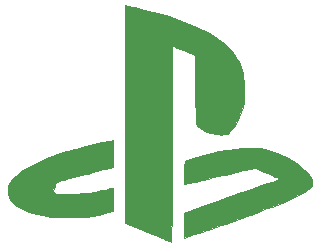
<source format=gtl>
G04 #@! TF.GenerationSoftware,KiCad,Pcbnew,(5.1.0)-1*
G04 #@! TF.CreationDate,2019-06-08T20:54:26-04:00*
G04 #@! TF.ProjectId,Case top+bottom,43617365-2074-46f7-902b-626f74746f6d,rev?*
G04 #@! TF.SameCoordinates,Original*
G04 #@! TF.FileFunction,Copper,L1,Top*
G04 #@! TF.FilePolarity,Positive*
%FSLAX46Y46*%
G04 Gerber Fmt 4.6, Leading zero omitted, Abs format (unit mm)*
G04 Created by KiCad (PCBNEW (5.1.0)-1) date 2019-06-08 20:54:26*
%MOMM*%
%LPD*%
G04 APERTURE LIST*
%ADD10C,0.010000*%
G04 APERTURE END LIST*
D10*
G36*
X135953500Y-92096475D02*
G01*
X135678333Y-92168504D01*
X135577657Y-92194967D01*
X135405505Y-92240345D01*
X135172249Y-92301896D01*
X134888264Y-92376882D01*
X134563923Y-92462564D01*
X134209602Y-92556201D01*
X133835672Y-92655055D01*
X133688666Y-92693928D01*
X133306948Y-92794701D01*
X132938255Y-92891711D01*
X132593413Y-92982133D01*
X132283251Y-93063142D01*
X132018596Y-93131912D01*
X131810275Y-93185617D01*
X131669116Y-93221431D01*
X131637195Y-93229310D01*
X131429333Y-93286467D01*
X131284291Y-93348395D01*
X131180900Y-93430577D01*
X131097994Y-93548497D01*
X131037246Y-93668166D01*
X130955129Y-93899985D01*
X130945777Y-94090369D01*
X130998813Y-94224412D01*
X131048048Y-94284220D01*
X131108682Y-94330256D01*
X131191252Y-94363939D01*
X131306293Y-94386693D01*
X131464341Y-94399937D01*
X131675933Y-94405092D01*
X131951602Y-94403579D01*
X132280736Y-94397299D01*
X132882511Y-94375607D01*
X133429192Y-94336861D01*
X133949285Y-94277414D01*
X134471294Y-94193622D01*
X135023724Y-94081842D01*
X135372667Y-94001951D01*
X135587181Y-93951410D01*
X135770968Y-93908686D01*
X135909000Y-93877228D01*
X135986252Y-93860484D01*
X135997083Y-93858666D01*
X136002762Y-93899024D01*
X136007811Y-94012199D01*
X136011985Y-94186342D01*
X136015041Y-94409604D01*
X136016736Y-94670135D01*
X136017000Y-94827192D01*
X136017000Y-95795717D01*
X135561916Y-95945251D01*
X135347643Y-96008515D01*
X135080443Y-96076750D01*
X134791155Y-96142621D01*
X134510620Y-96198792D01*
X134450666Y-96209553D01*
X134253637Y-96242971D01*
X134078252Y-96269477D01*
X133910229Y-96290018D01*
X133735285Y-96305535D01*
X133539136Y-96316974D01*
X133307500Y-96325279D01*
X133026093Y-96331393D01*
X132680633Y-96336261D01*
X132503333Y-96338265D01*
X132023990Y-96341361D01*
X131621871Y-96339289D01*
X131289682Y-96331871D01*
X131020128Y-96318928D01*
X130805913Y-96300279D01*
X130767666Y-96295671D01*
X130065542Y-96186942D01*
X129433927Y-96048735D01*
X128874076Y-95881813D01*
X128387246Y-95686940D01*
X127974694Y-95464878D01*
X127637674Y-95216389D01*
X127377443Y-94942237D01*
X127195258Y-94643183D01*
X127092374Y-94319992D01*
X127067988Y-94049166D01*
X127093171Y-93791720D01*
X127172421Y-93552388D01*
X127313536Y-93314671D01*
X127524311Y-93062071D01*
X127544668Y-93040459D01*
X127751651Y-92835855D01*
X127971922Y-92647484D01*
X128219190Y-92465854D01*
X128507166Y-92281473D01*
X128849558Y-92084847D01*
X129180166Y-91908016D01*
X129515830Y-91738679D01*
X129857255Y-91579245D01*
X130216839Y-91424847D01*
X130606982Y-91270615D01*
X131040082Y-91111680D01*
X131528538Y-90943173D01*
X132084750Y-90760225D01*
X132185833Y-90727692D01*
X132460362Y-90644313D01*
X132798238Y-90549155D01*
X133179810Y-90447151D01*
X133585424Y-90343231D01*
X133995426Y-90242328D01*
X134390164Y-90149375D01*
X134749984Y-90069302D01*
X135055234Y-90007042D01*
X135064500Y-90005282D01*
X135297800Y-89960881D01*
X135512008Y-89919729D01*
X135688423Y-89885446D01*
X135808342Y-89861653D01*
X135837785Y-89855569D01*
X135976070Y-89826135D01*
X135953500Y-92096475D01*
X135953500Y-92096475D01*
G37*
X135953500Y-92096475D02*
X135678333Y-92168504D01*
X135577657Y-92194967D01*
X135405505Y-92240345D01*
X135172249Y-92301896D01*
X134888264Y-92376882D01*
X134563923Y-92462564D01*
X134209602Y-92556201D01*
X133835672Y-92655055D01*
X133688666Y-92693928D01*
X133306948Y-92794701D01*
X132938255Y-92891711D01*
X132593413Y-92982133D01*
X132283251Y-93063142D01*
X132018596Y-93131912D01*
X131810275Y-93185617D01*
X131669116Y-93221431D01*
X131637195Y-93229310D01*
X131429333Y-93286467D01*
X131284291Y-93348395D01*
X131180900Y-93430577D01*
X131097994Y-93548497D01*
X131037246Y-93668166D01*
X130955129Y-93899985D01*
X130945777Y-94090369D01*
X130998813Y-94224412D01*
X131048048Y-94284220D01*
X131108682Y-94330256D01*
X131191252Y-94363939D01*
X131306293Y-94386693D01*
X131464341Y-94399937D01*
X131675933Y-94405092D01*
X131951602Y-94403579D01*
X132280736Y-94397299D01*
X132882511Y-94375607D01*
X133429192Y-94336861D01*
X133949285Y-94277414D01*
X134471294Y-94193622D01*
X135023724Y-94081842D01*
X135372667Y-94001951D01*
X135587181Y-93951410D01*
X135770968Y-93908686D01*
X135909000Y-93877228D01*
X135986252Y-93860484D01*
X135997083Y-93858666D01*
X136002762Y-93899024D01*
X136007811Y-94012199D01*
X136011985Y-94186342D01*
X136015041Y-94409604D01*
X136016736Y-94670135D01*
X136017000Y-94827192D01*
X136017000Y-95795717D01*
X135561916Y-95945251D01*
X135347643Y-96008515D01*
X135080443Y-96076750D01*
X134791155Y-96142621D01*
X134510620Y-96198792D01*
X134450666Y-96209553D01*
X134253637Y-96242971D01*
X134078252Y-96269477D01*
X133910229Y-96290018D01*
X133735285Y-96305535D01*
X133539136Y-96316974D01*
X133307500Y-96325279D01*
X133026093Y-96331393D01*
X132680633Y-96336261D01*
X132503333Y-96338265D01*
X132023990Y-96341361D01*
X131621871Y-96339289D01*
X131289682Y-96331871D01*
X131020128Y-96318928D01*
X130805913Y-96300279D01*
X130767666Y-96295671D01*
X130065542Y-96186942D01*
X129433927Y-96048735D01*
X128874076Y-95881813D01*
X128387246Y-95686940D01*
X127974694Y-95464878D01*
X127637674Y-95216389D01*
X127377443Y-94942237D01*
X127195258Y-94643183D01*
X127092374Y-94319992D01*
X127067988Y-94049166D01*
X127093171Y-93791720D01*
X127172421Y-93552388D01*
X127313536Y-93314671D01*
X127524311Y-93062071D01*
X127544668Y-93040459D01*
X127751651Y-92835855D01*
X127971922Y-92647484D01*
X128219190Y-92465854D01*
X128507166Y-92281473D01*
X128849558Y-92084847D01*
X129180166Y-91908016D01*
X129515830Y-91738679D01*
X129857255Y-91579245D01*
X130216839Y-91424847D01*
X130606982Y-91270615D01*
X131040082Y-91111680D01*
X131528538Y-90943173D01*
X132084750Y-90760225D01*
X132185833Y-90727692D01*
X132460362Y-90644313D01*
X132798238Y-90549155D01*
X133179810Y-90447151D01*
X133585424Y-90343231D01*
X133995426Y-90242328D01*
X134390164Y-90149375D01*
X134749984Y-90069302D01*
X135055234Y-90007042D01*
X135064500Y-90005282D01*
X135297800Y-89960881D01*
X135512008Y-89919729D01*
X135688423Y-89885446D01*
X135808342Y-89861653D01*
X135837785Y-89855569D01*
X135976070Y-89826135D01*
X135953500Y-92096475D01*
G36*
X148396816Y-90489167D02*
G01*
X148875218Y-90579276D01*
X149368164Y-90720014D01*
X149897223Y-90914570D01*
X150009616Y-90960364D01*
X150487272Y-91176976D01*
X150945933Y-91422032D01*
X151376110Y-91688392D01*
X151768314Y-91968912D01*
X152113054Y-92256452D01*
X152400842Y-92543869D01*
X152622187Y-92824023D01*
X152730628Y-93008178D01*
X152812529Y-93199895D01*
X152853857Y-93373655D01*
X152850163Y-93534429D01*
X152796998Y-93687190D01*
X152689910Y-93836909D01*
X152524452Y-93988558D01*
X152296171Y-94147109D01*
X152000620Y-94317533D01*
X151633348Y-94504803D01*
X151213860Y-94702885D01*
X150955030Y-94818351D01*
X150632574Y-94956513D01*
X150262379Y-95110967D01*
X149860328Y-95275312D01*
X149442307Y-95443146D01*
X149024201Y-95608067D01*
X148621893Y-95763674D01*
X148251270Y-95903564D01*
X148060833Y-95973614D01*
X147842895Y-96053355D01*
X147645887Y-96126381D01*
X147487116Y-96186207D01*
X147383893Y-96226348D01*
X147362333Y-96235309D01*
X147270084Y-96271788D01*
X147106629Y-96332277D01*
X146880963Y-96413666D01*
X146602085Y-96512840D01*
X146278991Y-96626689D01*
X145920680Y-96752099D01*
X145536148Y-96885957D01*
X145134392Y-97025152D01*
X144724410Y-97166571D01*
X144315200Y-97307102D01*
X143915757Y-97443631D01*
X143535081Y-97573047D01*
X143182167Y-97692237D01*
X142866013Y-97798088D01*
X142595618Y-97887488D01*
X142441083Y-97937744D01*
X141986000Y-98084336D01*
X141986000Y-95949443D01*
X142631583Y-95726874D01*
X142876892Y-95642025D01*
X143118142Y-95558092D01*
X143333225Y-95482799D01*
X143500035Y-95423871D01*
X143552333Y-95405156D01*
X143635801Y-95375473D01*
X143792393Y-95320185D01*
X144015327Y-95241675D01*
X144297820Y-95142325D01*
X144633089Y-95024517D01*
X145014352Y-94890635D01*
X145434826Y-94743059D01*
X145887727Y-94584173D01*
X146366275Y-94416359D01*
X146863684Y-94241999D01*
X146949515Y-94211920D01*
X147441305Y-94039244D01*
X147909274Y-93874286D01*
X148347366Y-93719221D01*
X148749524Y-93576222D01*
X149109694Y-93447464D01*
X149421818Y-93335119D01*
X149679841Y-93241363D01*
X149877707Y-93168368D01*
X150009359Y-93118309D01*
X150068741Y-93093360D01*
X150071598Y-93091219D01*
X150036524Y-93059602D01*
X149950379Y-93016777D01*
X149934083Y-93010138D01*
X149847202Y-92973798D01*
X149696682Y-92908783D01*
X149496123Y-92821096D01*
X149259126Y-92716736D01*
X148999291Y-92601706D01*
X148730219Y-92482007D01*
X148465511Y-92363639D01*
X148284558Y-92282293D01*
X148085654Y-92204003D01*
X147942489Y-92174990D01*
X147882392Y-92179253D01*
X147803671Y-92196995D01*
X147658491Y-92230631D01*
X147462756Y-92276442D01*
X147232368Y-92330707D01*
X147023666Y-92380110D01*
X146736407Y-92448110D01*
X146432191Y-92519864D01*
X146139097Y-92588766D01*
X145885206Y-92648209D01*
X145774833Y-92673924D01*
X145496384Y-92738741D01*
X145190300Y-92810217D01*
X144845462Y-92890959D01*
X144450750Y-92983572D01*
X143995043Y-93090664D01*
X143510000Y-93204771D01*
X143244085Y-93267234D01*
X142968018Y-93331880D01*
X142709807Y-93392161D01*
X142497456Y-93441534D01*
X142446128Y-93453414D01*
X142038424Y-93547631D01*
X142020071Y-93068148D01*
X142013854Y-92805301D01*
X142012709Y-92506676D01*
X142016634Y-92221008D01*
X142020133Y-92107574D01*
X142038547Y-91626481D01*
X142488523Y-91455058D01*
X143097914Y-91236962D01*
X143705198Y-91049441D01*
X144326002Y-90889025D01*
X144975954Y-90752247D01*
X145670679Y-90635638D01*
X146425806Y-90535729D01*
X146833166Y-90490717D01*
X147397360Y-90448076D01*
X147911386Y-90446496D01*
X148396816Y-90489167D01*
X148396816Y-90489167D01*
G37*
X148396816Y-90489167D02*
X148875218Y-90579276D01*
X149368164Y-90720014D01*
X149897223Y-90914570D01*
X150009616Y-90960364D01*
X150487272Y-91176976D01*
X150945933Y-91422032D01*
X151376110Y-91688392D01*
X151768314Y-91968912D01*
X152113054Y-92256452D01*
X152400842Y-92543869D01*
X152622187Y-92824023D01*
X152730628Y-93008178D01*
X152812529Y-93199895D01*
X152853857Y-93373655D01*
X152850163Y-93534429D01*
X152796998Y-93687190D01*
X152689910Y-93836909D01*
X152524452Y-93988558D01*
X152296171Y-94147109D01*
X152000620Y-94317533D01*
X151633348Y-94504803D01*
X151213860Y-94702885D01*
X150955030Y-94818351D01*
X150632574Y-94956513D01*
X150262379Y-95110967D01*
X149860328Y-95275312D01*
X149442307Y-95443146D01*
X149024201Y-95608067D01*
X148621893Y-95763674D01*
X148251270Y-95903564D01*
X148060833Y-95973614D01*
X147842895Y-96053355D01*
X147645887Y-96126381D01*
X147487116Y-96186207D01*
X147383893Y-96226348D01*
X147362333Y-96235309D01*
X147270084Y-96271788D01*
X147106629Y-96332277D01*
X146880963Y-96413666D01*
X146602085Y-96512840D01*
X146278991Y-96626689D01*
X145920680Y-96752099D01*
X145536148Y-96885957D01*
X145134392Y-97025152D01*
X144724410Y-97166571D01*
X144315200Y-97307102D01*
X143915757Y-97443631D01*
X143535081Y-97573047D01*
X143182167Y-97692237D01*
X142866013Y-97798088D01*
X142595618Y-97887488D01*
X142441083Y-97937744D01*
X141986000Y-98084336D01*
X141986000Y-95949443D01*
X142631583Y-95726874D01*
X142876892Y-95642025D01*
X143118142Y-95558092D01*
X143333225Y-95482799D01*
X143500035Y-95423871D01*
X143552333Y-95405156D01*
X143635801Y-95375473D01*
X143792393Y-95320185D01*
X144015327Y-95241675D01*
X144297820Y-95142325D01*
X144633089Y-95024517D01*
X145014352Y-94890635D01*
X145434826Y-94743059D01*
X145887727Y-94584173D01*
X146366275Y-94416359D01*
X146863684Y-94241999D01*
X146949515Y-94211920D01*
X147441305Y-94039244D01*
X147909274Y-93874286D01*
X148347366Y-93719221D01*
X148749524Y-93576222D01*
X149109694Y-93447464D01*
X149421818Y-93335119D01*
X149679841Y-93241363D01*
X149877707Y-93168368D01*
X150009359Y-93118309D01*
X150068741Y-93093360D01*
X150071598Y-93091219D01*
X150036524Y-93059602D01*
X149950379Y-93016777D01*
X149934083Y-93010138D01*
X149847202Y-92973798D01*
X149696682Y-92908783D01*
X149496123Y-92821096D01*
X149259126Y-92716736D01*
X148999291Y-92601706D01*
X148730219Y-92482007D01*
X148465511Y-92363639D01*
X148284558Y-92282293D01*
X148085654Y-92204003D01*
X147942489Y-92174990D01*
X147882392Y-92179253D01*
X147803671Y-92196995D01*
X147658491Y-92230631D01*
X147462756Y-92276442D01*
X147232368Y-92330707D01*
X147023666Y-92380110D01*
X146736407Y-92448110D01*
X146432191Y-92519864D01*
X146139097Y-92588766D01*
X145885206Y-92648209D01*
X145774833Y-92673924D01*
X145496384Y-92738741D01*
X145190300Y-92810217D01*
X144845462Y-92890959D01*
X144450750Y-92983572D01*
X143995043Y-93090664D01*
X143510000Y-93204771D01*
X143244085Y-93267234D01*
X142968018Y-93331880D01*
X142709807Y-93392161D01*
X142497456Y-93441534D01*
X142446128Y-93453414D01*
X142038424Y-93547631D01*
X142020071Y-93068148D01*
X142013854Y-92805301D01*
X142012709Y-92506676D01*
X142016634Y-92221008D01*
X142020133Y-92107574D01*
X142038547Y-91626481D01*
X142488523Y-91455058D01*
X143097914Y-91236962D01*
X143705198Y-91049441D01*
X144326002Y-90889025D01*
X144975954Y-90752247D01*
X145670679Y-90635638D01*
X146425806Y-90535729D01*
X146833166Y-90490717D01*
X147397360Y-90448076D01*
X147911386Y-90446496D01*
X148396816Y-90489167D01*
G36*
X137128250Y-78424680D02*
G01*
X137881116Y-78585604D01*
X138638845Y-78763589D01*
X139382102Y-78953565D01*
X140091546Y-79150463D01*
X140747842Y-79349213D01*
X141118166Y-79470667D01*
X142028801Y-79800045D01*
X142864256Y-80144499D01*
X143623468Y-80503324D01*
X144305374Y-80875815D01*
X144908912Y-81261266D01*
X145433017Y-81658972D01*
X145876627Y-82068228D01*
X146238678Y-82488327D01*
X146518108Y-82918566D01*
X146618921Y-83120374D01*
X146702731Y-83333914D01*
X146790962Y-83607380D01*
X146877382Y-83916708D01*
X146955766Y-84237829D01*
X147019883Y-84546677D01*
X147063505Y-84819184D01*
X147067855Y-84855082D01*
X147090410Y-85123691D01*
X147103195Y-85434432D01*
X147106287Y-85761230D01*
X147099763Y-86078011D01*
X147083703Y-86358699D01*
X147062816Y-86548057D01*
X146975556Y-86988211D01*
X146848799Y-87425283D01*
X146688897Y-87846422D01*
X146502197Y-88238775D01*
X146295049Y-88589492D01*
X146073801Y-88885720D01*
X145844804Y-89114609D01*
X145764469Y-89176102D01*
X145594693Y-89268768D01*
X145393982Y-89324404D01*
X145147702Y-89345113D01*
X144841221Y-89332993D01*
X144737666Y-89323505D01*
X144310131Y-89256136D01*
X143940082Y-89142302D01*
X143609777Y-88974385D01*
X143301473Y-88744766D01*
X143220800Y-88672225D01*
X142980833Y-88448879D01*
X142959666Y-85539975D01*
X142938500Y-82631071D01*
X142578666Y-82483469D01*
X142402884Y-82410746D01*
X142176112Y-82316033D01*
X141925225Y-82210598D01*
X141677093Y-82105708D01*
X141629937Y-82085691D01*
X141424164Y-82000008D01*
X141247122Y-81929576D01*
X141112745Y-81879680D01*
X141034967Y-81855604D01*
X141021591Y-81854964D01*
X141019487Y-81898595D01*
X141017142Y-82022827D01*
X141014582Y-82223594D01*
X141011829Y-82496830D01*
X141008910Y-82838469D01*
X141005847Y-83244447D01*
X141002665Y-83710696D01*
X140999389Y-84233152D01*
X140996043Y-84807749D01*
X140992651Y-85430422D01*
X140989237Y-86097104D01*
X140985826Y-86803729D01*
X140982443Y-87546233D01*
X140979111Y-88320550D01*
X140975854Y-89122613D01*
X140972698Y-89948357D01*
X140971948Y-90152551D01*
X140968829Y-90983398D01*
X140965622Y-91791527D01*
X140962350Y-92572873D01*
X140959036Y-93323373D01*
X140955705Y-94038963D01*
X140952379Y-94715581D01*
X140949082Y-95349161D01*
X140945837Y-95935640D01*
X140942668Y-96470955D01*
X140939598Y-96951042D01*
X140936651Y-97371837D01*
X140933849Y-97729276D01*
X140931217Y-98019297D01*
X140928778Y-98237834D01*
X140926555Y-98380824D01*
X140924572Y-98444205D01*
X140924127Y-98447126D01*
X140879678Y-98439503D01*
X140780440Y-98403602D01*
X140652500Y-98349216D01*
X140559315Y-98308200D01*
X140397832Y-98238173D01*
X140177666Y-98143261D01*
X139908429Y-98027593D01*
X139599737Y-97895296D01*
X139261202Y-97750497D01*
X138902439Y-97597324D01*
X138716044Y-97517851D01*
X137033588Y-96800833D01*
X137033294Y-87603110D01*
X137033000Y-78405386D01*
X137128250Y-78424680D01*
X137128250Y-78424680D01*
G37*
X137128250Y-78424680D02*
X137881116Y-78585604D01*
X138638845Y-78763589D01*
X139382102Y-78953565D01*
X140091546Y-79150463D01*
X140747842Y-79349213D01*
X141118166Y-79470667D01*
X142028801Y-79800045D01*
X142864256Y-80144499D01*
X143623468Y-80503324D01*
X144305374Y-80875815D01*
X144908912Y-81261266D01*
X145433017Y-81658972D01*
X145876627Y-82068228D01*
X146238678Y-82488327D01*
X146518108Y-82918566D01*
X146618921Y-83120374D01*
X146702731Y-83333914D01*
X146790962Y-83607380D01*
X146877382Y-83916708D01*
X146955766Y-84237829D01*
X147019883Y-84546677D01*
X147063505Y-84819184D01*
X147067855Y-84855082D01*
X147090410Y-85123691D01*
X147103195Y-85434432D01*
X147106287Y-85761230D01*
X147099763Y-86078011D01*
X147083703Y-86358699D01*
X147062816Y-86548057D01*
X146975556Y-86988211D01*
X146848799Y-87425283D01*
X146688897Y-87846422D01*
X146502197Y-88238775D01*
X146295049Y-88589492D01*
X146073801Y-88885720D01*
X145844804Y-89114609D01*
X145764469Y-89176102D01*
X145594693Y-89268768D01*
X145393982Y-89324404D01*
X145147702Y-89345113D01*
X144841221Y-89332993D01*
X144737666Y-89323505D01*
X144310131Y-89256136D01*
X143940082Y-89142302D01*
X143609777Y-88974385D01*
X143301473Y-88744766D01*
X143220800Y-88672225D01*
X142980833Y-88448879D01*
X142959666Y-85539975D01*
X142938500Y-82631071D01*
X142578666Y-82483469D01*
X142402884Y-82410746D01*
X142176112Y-82316033D01*
X141925225Y-82210598D01*
X141677093Y-82105708D01*
X141629937Y-82085691D01*
X141424164Y-82000008D01*
X141247122Y-81929576D01*
X141112745Y-81879680D01*
X141034967Y-81855604D01*
X141021591Y-81854964D01*
X141019487Y-81898595D01*
X141017142Y-82022827D01*
X141014582Y-82223594D01*
X141011829Y-82496830D01*
X141008910Y-82838469D01*
X141005847Y-83244447D01*
X141002665Y-83710696D01*
X140999389Y-84233152D01*
X140996043Y-84807749D01*
X140992651Y-85430422D01*
X140989237Y-86097104D01*
X140985826Y-86803729D01*
X140982443Y-87546233D01*
X140979111Y-88320550D01*
X140975854Y-89122613D01*
X140972698Y-89948357D01*
X140971948Y-90152551D01*
X140968829Y-90983398D01*
X140965622Y-91791527D01*
X140962350Y-92572873D01*
X140959036Y-93323373D01*
X140955705Y-94038963D01*
X140952379Y-94715581D01*
X140949082Y-95349161D01*
X140945837Y-95935640D01*
X140942668Y-96470955D01*
X140939598Y-96951042D01*
X140936651Y-97371837D01*
X140933849Y-97729276D01*
X140931217Y-98019297D01*
X140928778Y-98237834D01*
X140926555Y-98380824D01*
X140924572Y-98444205D01*
X140924127Y-98447126D01*
X140879678Y-98439503D01*
X140780440Y-98403602D01*
X140652500Y-98349216D01*
X140559315Y-98308200D01*
X140397832Y-98238173D01*
X140177666Y-98143261D01*
X139908429Y-98027593D01*
X139599737Y-97895296D01*
X139261202Y-97750497D01*
X138902439Y-97597324D01*
X138716044Y-97517851D01*
X137033588Y-96800833D01*
X137033294Y-87603110D01*
X137033000Y-78405386D01*
X137128250Y-78424680D01*
M02*

</source>
